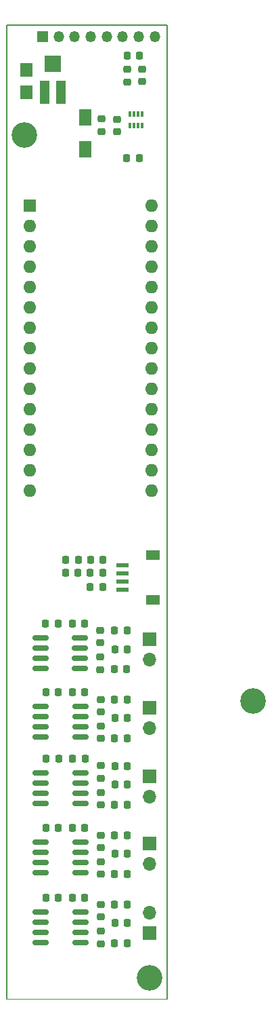
<source format=gts>
G04 #@! TF.GenerationSoftware,KiCad,Pcbnew,(6.0.6)*
G04 #@! TF.CreationDate,2022-09-02T14:12:24+02:00*
G04 #@! TF.ProjectId,PAINTREv4,5041494e-5452-4457-9634-2e6b69636164,rev?*
G04 #@! TF.SameCoordinates,Original*
G04 #@! TF.FileFunction,Soldermask,Top*
G04 #@! TF.FilePolarity,Negative*
%FSLAX46Y46*%
G04 Gerber Fmt 4.6, Leading zero omitted, Abs format (unit mm)*
G04 Created by KiCad (PCBNEW (6.0.6)) date 2022-09-02 14:12:24*
%MOMM*%
%LPD*%
G01*
G04 APERTURE LIST*
G04 Aperture macros list*
%AMRoundRect*
0 Rectangle with rounded corners*
0 $1 Rounding radius*
0 $2 $3 $4 $5 $6 $7 $8 $9 X,Y pos of 4 corners*
0 Add a 4 corners polygon primitive as box body*
4,1,4,$2,$3,$4,$5,$6,$7,$8,$9,$2,$3,0*
0 Add four circle primitives for the rounded corners*
1,1,$1+$1,$2,$3*
1,1,$1+$1,$4,$5*
1,1,$1+$1,$6,$7*
1,1,$1+$1,$8,$9*
0 Add four rect primitives between the rounded corners*
20,1,$1+$1,$2,$3,$4,$5,0*
20,1,$1+$1,$4,$5,$6,$7,0*
20,1,$1+$1,$6,$7,$8,$9,0*
20,1,$1+$1,$8,$9,$2,$3,0*%
G04 Aperture macros list end*
G04 #@! TA.AperFunction,Profile*
%ADD10C,0.150000*%
G04 #@! TD*
G04 #@! TA.AperFunction,Profile*
%ADD11C,0.100000*%
G04 #@! TD*
%ADD12R,1.600000X1.600000*%
%ADD13O,1.600000X1.600000*%
%ADD14RoundRect,0.225000X-0.250000X0.225000X-0.250000X-0.225000X0.250000X-0.225000X0.250000X0.225000X0*%
%ADD15R,1.600000X1.800000*%
%ADD16R,1.600000X2.000000*%
%ADD17RoundRect,0.218750X-0.218750X-0.256250X0.218750X-0.256250X0.218750X0.256250X-0.218750X0.256250X0*%
%ADD18C,3.200000*%
%ADD19R,1.350000X1.350000*%
%ADD20O,1.350000X1.350000*%
%ADD21R,1.550000X0.600000*%
%ADD22R,1.800000X1.200000*%
%ADD23RoundRect,0.218750X0.218750X0.256250X-0.218750X0.256250X-0.218750X-0.256250X0.218750X-0.256250X0*%
%ADD24RoundRect,0.225000X0.225000X0.250000X-0.225000X0.250000X-0.225000X-0.250000X0.225000X-0.250000X0*%
%ADD25RoundRect,0.225000X-0.225000X-0.250000X0.225000X-0.250000X0.225000X0.250000X-0.225000X0.250000X0*%
%ADD26RoundRect,0.150000X0.825000X0.150000X-0.825000X0.150000X-0.825000X-0.150000X0.825000X-0.150000X0*%
%ADD27O,1.700000X1.700000*%
%ADD28R,1.700000X1.700000*%
%ADD29RoundRect,0.218750X-0.256250X0.218750X-0.256250X-0.218750X0.256250X-0.218750X0.256250X0.218750X0*%
%ADD30R,0.330000X0.710000*%
%ADD31R,0.310000X0.660000*%
%ADD32RoundRect,0.225000X0.250000X-0.225000X0.250000X0.225000X-0.250000X0.225000X-0.250000X-0.225000X0*%
%ADD33R,2.000000X2.000000*%
%ADD34R,1.200000X3.000000*%
G04 APERTURE END LIST*
D10*
X144200000Y-32450000D02*
X144200000Y-154000000D01*
X124200000Y-154000000D02*
X124200000Y-32450000D01*
D11*
X124200000Y-154000000D02*
X144200000Y-154000000D01*
D10*
X124200000Y-32450000D02*
X144200000Y-32450000D01*
D12*
X127000000Y-55000000D03*
D13*
X127000000Y-57540000D03*
X127000000Y-60080000D03*
X127000000Y-62620000D03*
X127000000Y-65160000D03*
X127000000Y-67700000D03*
X127000000Y-70240000D03*
X127000000Y-72780000D03*
X127000000Y-75320000D03*
X127000000Y-77860000D03*
X127000000Y-80400000D03*
X127000000Y-82940000D03*
X127000000Y-85480000D03*
X127000000Y-88020000D03*
X127000000Y-90560000D03*
X142240000Y-90560000D03*
X142240000Y-88020000D03*
X142240000Y-85480000D03*
X142240000Y-82940000D03*
X142240000Y-80400000D03*
X142240000Y-77860000D03*
X142240000Y-75320000D03*
X142240000Y-72780000D03*
X142240000Y-70240000D03*
X142240000Y-67700000D03*
X142240000Y-65160000D03*
X142240000Y-62620000D03*
X142240000Y-60080000D03*
X142240000Y-57540000D03*
X142240000Y-55000000D03*
D14*
X135879000Y-108013000D03*
X135879000Y-109563000D03*
D15*
X126615000Y-40880000D03*
X126615000Y-38080000D03*
D16*
X134000000Y-44000000D03*
X134000000Y-48000000D03*
D17*
X134612500Y-102600000D03*
X136187500Y-102600000D03*
X134612500Y-100800000D03*
X136187500Y-100800000D03*
X131525000Y-99200000D03*
X133100000Y-99200000D03*
X131512500Y-100800000D03*
X133087500Y-100800000D03*
X134625000Y-99200000D03*
X136200000Y-99200000D03*
D18*
X142000000Y-151400000D03*
X154940000Y-116840000D03*
D19*
X128665000Y-33950000D03*
D20*
X130665000Y-33950000D03*
X132665000Y-33950000D03*
X134665000Y-33950000D03*
X136665000Y-33950000D03*
X138665000Y-33950000D03*
X140665000Y-33950000D03*
X142665000Y-33950000D03*
D21*
X138600000Y-99900000D03*
X138600000Y-100900000D03*
X138600000Y-101900000D03*
X138600000Y-102900000D03*
D22*
X142475000Y-104200000D03*
X142475000Y-98600000D03*
D23*
X140715000Y-49050000D03*
X139140000Y-49050000D03*
D24*
X137707000Y-127206000D03*
X139257000Y-127206000D03*
D17*
X129074000Y-124031000D03*
X130649000Y-124031000D03*
D14*
X135904000Y-145536000D03*
X135904000Y-147086000D03*
D23*
X140777500Y-36300000D03*
X139202500Y-36300000D03*
D14*
X135904000Y-143758000D03*
X135904000Y-142208000D03*
D25*
X132376000Y-115750000D03*
X133926000Y-115750000D03*
D26*
X128428000Y-129619000D03*
X128428000Y-128349000D03*
X128428000Y-127079000D03*
X128428000Y-125809000D03*
X133378000Y-125809000D03*
X133378000Y-127079000D03*
X133378000Y-128349000D03*
X133378000Y-129619000D03*
D14*
X135904000Y-138423000D03*
X135904000Y-136873000D03*
D25*
X133926000Y-141345000D03*
X132376000Y-141345000D03*
D23*
X137656500Y-142234000D03*
X139231500Y-142234000D03*
D17*
X129024000Y-107150000D03*
X130599000Y-107150000D03*
D24*
X137682000Y-118920000D03*
X139232000Y-118920000D03*
D25*
X137669000Y-110345000D03*
X139219000Y-110345000D03*
D27*
X142025000Y-128750000D03*
D28*
X142025000Y-126210000D03*
D29*
X141110000Y-37975000D03*
X141110000Y-39550000D03*
D17*
X130624000Y-132682000D03*
X129049000Y-132682000D03*
D27*
X142025000Y-120210000D03*
D28*
X142025000Y-117670000D03*
D18*
X126400000Y-46200000D03*
D25*
X132401000Y-124031000D03*
X133951000Y-124031000D03*
D23*
X137631500Y-108039000D03*
X139206500Y-108039000D03*
D14*
X135929000Y-129772000D03*
X135929000Y-128222000D03*
X135904000Y-135095000D03*
X135904000Y-133545000D03*
D27*
X142025000Y-137147000D03*
D28*
X142025000Y-134607000D03*
D26*
X133353000Y-138270000D03*
X133353000Y-137000000D03*
X133353000Y-135730000D03*
X133353000Y-134460000D03*
X128403000Y-134460000D03*
X128403000Y-135730000D03*
X128403000Y-137000000D03*
X128403000Y-138270000D03*
D23*
X137681500Y-124920000D03*
X139256500Y-124920000D03*
X137656500Y-133571000D03*
X139231500Y-133571000D03*
D24*
X137682000Y-144520000D03*
X139232000Y-144520000D03*
D14*
X135904000Y-118158000D03*
X135904000Y-116608000D03*
D26*
X128403000Y-121333000D03*
X128403000Y-120063000D03*
X128403000Y-118793000D03*
X128403000Y-117523000D03*
X133353000Y-117523000D03*
X133353000Y-118793000D03*
X133353000Y-120063000D03*
X133353000Y-121333000D03*
D27*
X142000000Y-143250000D03*
D28*
X142000000Y-145790000D03*
X142025000Y-109095000D03*
D27*
X142025000Y-111635000D03*
D14*
X135879000Y-112891000D03*
X135879000Y-111341000D03*
D23*
X137606000Y-112865000D03*
X139181000Y-112865000D03*
D29*
X139240000Y-38005000D03*
X139240000Y-39580000D03*
D30*
X139590000Y-45035000D03*
D31*
X140090000Y-45035000D03*
X140590000Y-45035000D03*
X141090000Y-45035000D03*
X141090000Y-43565000D03*
X140590000Y-43565000D03*
X140090000Y-43565000D03*
X139590000Y-43565000D03*
D17*
X130624000Y-141345000D03*
X129049000Y-141345000D03*
D23*
X139206000Y-121460000D03*
X137631000Y-121460000D03*
X137631000Y-138397000D03*
X139206000Y-138397000D03*
X137631000Y-147060000D03*
X139206000Y-147060000D03*
X137656000Y-129746000D03*
X139231000Y-129746000D03*
D24*
X137682000Y-135857000D03*
X139232000Y-135857000D03*
D26*
X128378000Y-112738000D03*
X128378000Y-111468000D03*
X128378000Y-110198000D03*
X128378000Y-108928000D03*
X133328000Y-108928000D03*
X133328000Y-110198000D03*
X133328000Y-111468000D03*
X133328000Y-112738000D03*
D29*
X136000000Y-44212500D03*
X136000000Y-45787500D03*
D25*
X133926000Y-132682000D03*
X132376000Y-132682000D03*
X132351000Y-107150000D03*
X133901000Y-107150000D03*
D17*
X129049000Y-115750000D03*
X130624000Y-115750000D03*
D14*
X135904000Y-121486000D03*
X135904000Y-119936000D03*
D32*
X138000000Y-44225000D03*
X138000000Y-45775000D03*
D26*
X133353000Y-146933000D03*
X133353000Y-145663000D03*
X133353000Y-144393000D03*
X133353000Y-143123000D03*
X128403000Y-143123000D03*
X128403000Y-144393000D03*
X128403000Y-145663000D03*
X128403000Y-146933000D03*
D23*
X137656500Y-116634000D03*
X139231500Y-116634000D03*
D14*
X135929000Y-126444000D03*
X135929000Y-124894000D03*
D33*
X129915000Y-37350000D03*
D34*
X130915000Y-40900000D03*
X128915000Y-40900000D03*
M02*

</source>
